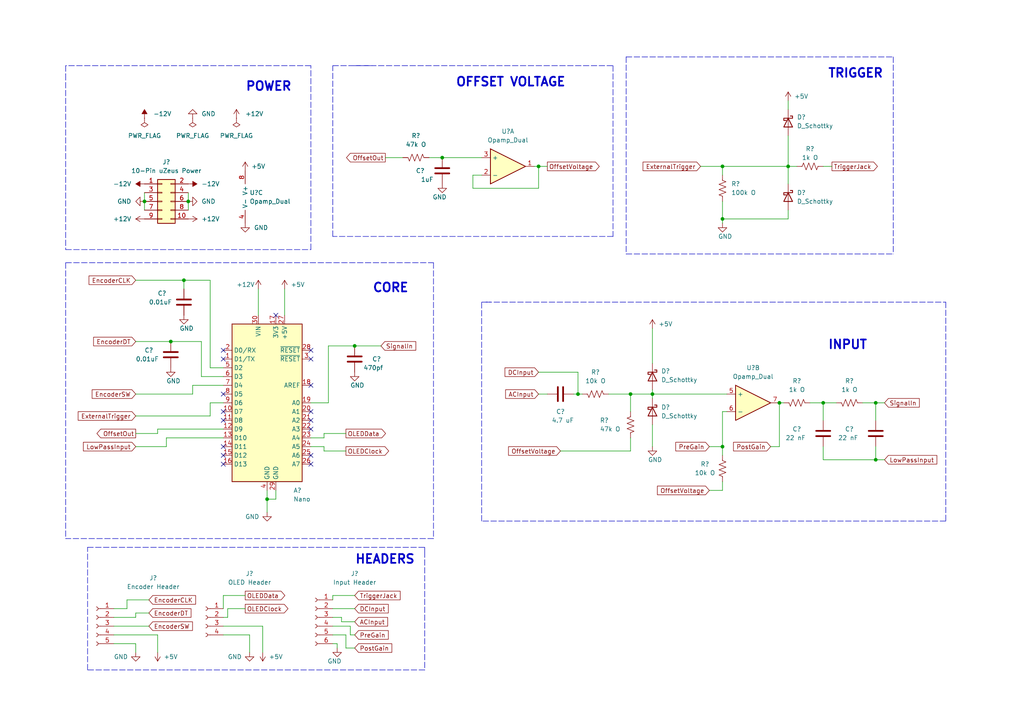
<source format=kicad_sch>
(kicad_sch (version 20211123) (generator eeschema)
  (paper "A4")
  (lib_symbols
    (symbol "Connector:Conn_01x04_Female" (pin_names (offset 1.016) hide)
      (property "Reference" "J" (at 0 5.08 0))
      (property "Value" "Conn_01x04_Female" (at 0 -7.62 0))
      (symbol "Conn_01x04_Female_1_1"
        (arc (start 0 -4.572) (mid -0.508 -5.08) (end 0 -5.588) (stroke (width 0.1524)))
        (arc (start 0 -2.032) (mid -0.508 -2.54) (end 0 -3.048) (stroke (width 0.1524)))
        (polyline (pts (xy -1.27 -5.08) (xy -0.508 -5.08)) (stroke (width 0.1524)))
        (polyline (pts (xy -1.27 -2.54) (xy -0.508 -2.54)) (stroke (width 0.1524)))
        (polyline (pts (xy -1.27 0) (xy -0.508 0)) (stroke (width 0.1524)))
        (polyline (pts (xy -1.27 2.54) (xy -0.508 2.54)) (stroke (width 0.1524)))
        (arc (start 0 0.508) (mid -0.508 0) (end 0 -0.508) (stroke (width 0.1524)))
        (arc (start 0 3.048) (mid -0.508 2.54) (end 0 2.032) (stroke (width 0.1524)))
        (pin passive line (at -5.08 2.54 0) (length 3.81) (name "Pin_1") (number "1"))
        (pin passive line (at -5.08 0 0) (length 3.81) (name "Pin_2") (number "2"))
        (pin passive line (at -5.08 -2.54 0) (length 3.81) (name "Pin_3") (number "3"))
        (pin passive line (at -5.08 -5.08 0) (length 3.81) (name "Pin_4") (number "4"))
      )
    )
    (symbol "Connector:Conn_01x05_Female" (pin_names (offset 1.016) hide)
      (property "Reference" "J" (at 0 7.62 0))
      (property "Value" "Conn_01x05_Female" (at 0 -7.62 0))
      (symbol "Conn_01x05_Female_1_1"
        (arc (start 0 -4.572) (mid -0.508 -5.08) (end 0 -5.588) (stroke (width 0.1524)))
        (arc (start 0 -2.032) (mid -0.508 -2.54) (end 0 -3.048) (stroke (width 0.1524)))
        (polyline (pts (xy -1.27 -5.08) (xy -0.508 -5.08)) (stroke (width 0.1524)))
        (polyline (pts (xy -1.27 -2.54) (xy -0.508 -2.54)) (stroke (width 0.1524)))
        (polyline (pts (xy -1.27 0) (xy -0.508 0)) (stroke (width 0.1524)))
        (polyline (pts (xy -1.27 2.54) (xy -0.508 2.54)) (stroke (width 0.1524)))
        (polyline (pts (xy -1.27 5.08) (xy -0.508 5.08)) (stroke (width 0.1524)))
        (arc (start 0 0.508) (mid -0.508 0) (end 0 -0.508) (stroke (width 0.1524)))
        (arc (start 0 3.048) (mid -0.508 2.54) (end 0 2.032) (stroke (width 0.1524)))
        (arc (start 0 5.588) (mid -0.508 5.08) (end 0 4.572) (stroke (width 0.1524)))
        (pin passive line (at -5.08 5.08 0) (length 3.81) (name "Pin_1") (number "1"))
        (pin passive line (at -5.08 2.54 0) (length 3.81) (name "Pin_2") (number "2"))
        (pin passive line (at -5.08 0 0) (length 3.81) (name "Pin_3") (number "3"))
        (pin passive line (at -5.08 -2.54 0) (length 3.81) (name "Pin_4") (number "4"))
        (pin passive line (at -5.08 -5.08 0) (length 3.81) (name "Pin_5") (number "5"))
      )
    )
    (symbol "Connector:Conn_01x06_Female" (pin_names (offset 1.016) hide)
      (property "Reference" "J" (at 0 7.62 0))
      (property "Value" "Conn_01x06_Female" (at 0 -10.16 0))
      (symbol "Conn_01x06_Female_1_1"
        (arc (start 0 -7.112) (mid -0.508 -7.62) (end 0 -8.128) (stroke (width 0.1524)))
        (arc (start 0 -4.572) (mid -0.508 -5.08) (end 0 -5.588) (stroke (width 0.1524)))
        (arc (start 0 -2.032) (mid -0.508 -2.54) (end 0 -3.048) (stroke (width 0.1524)))
        (polyline (pts (xy -1.27 -7.62) (xy -0.508 -7.62)) (stroke (width 0.1524)))
        (polyline (pts (xy -1.27 -5.08) (xy -0.508 -5.08)) (stroke (width 0.1524)))
        (polyline (pts (xy -1.27 -2.54) (xy -0.508 -2.54)) (stroke (width 0.1524)))
        (polyline (pts (xy -1.27 0) (xy -0.508 0)) (stroke (width 0.1524)))
        (polyline (pts (xy -1.27 2.54) (xy -0.508 2.54)) (stroke (width 0.1524)))
        (polyline (pts (xy -1.27 5.08) (xy -0.508 5.08)) (stroke (width 0.1524)))
        (arc (start 0 0.508) (mid -0.508 0) (end 0 -0.508) (stroke (width 0.1524)))
        (arc (start 0 3.048) (mid -0.508 2.54) (end 0 2.032) (stroke (width 0.1524)))
        (arc (start 0 5.588) (mid -0.508 5.08) (end 0 4.572) (stroke (width 0.1524)))
        (pin passive line (at -5.08 5.08 0) (length 3.81) (name "Pin_1") (number "1"))
        (pin passive line (at -5.08 2.54 0) (length 3.81) (name "Pin_2") (number "2"))
        (pin passive line (at -5.08 0 0) (length 3.81) (name "Pin_3") (number "3"))
        (pin passive line (at -5.08 -2.54 0) (length 3.81) (name "Pin_4") (number "4"))
        (pin passive line (at -5.08 -5.08 0) (length 3.81) (name "Pin_5") (number "5"))
        (pin passive line (at -5.08 -7.62 0) (length 3.81) (name "Pin_6") (number "6"))
      )
    )
    (symbol "Connector_Generic:Conn_02x05_Odd_Even" (pin_names (offset 1.016) hide)
      (property "Reference" "J" (at 1.27 7.62 0))
      (property "Value" "Conn_02x05_Odd_Even" (at 1.27 -7.62 0))
      (symbol "Conn_02x05_Odd_Even_1_1"
        (rectangle (start -1.27 -4.953) (end 0 -5.207) (stroke (width 0.1524)))
        (rectangle (start -1.27 -2.413) (end 0 -2.667) (stroke (width 0.1524)))
        (rectangle (start -1.27 0.127) (end 0 -0.127) (stroke (width 0.1524)))
        (rectangle (start -1.27 2.667) (end 0 2.413) (stroke (width 0.1524)))
        (rectangle (start -1.27 5.207) (end 0 4.953) (stroke (width 0.1524)))
        (rectangle (start -1.27 6.35) (end 3.81 -6.35) (stroke (width 0.254)) (fill (type background)))
        (rectangle (start 3.81 -4.953) (end 2.54 -5.207) (stroke (width 0.1524)))
        (rectangle (start 3.81 -2.413) (end 2.54 -2.667) (stroke (width 0.1524)))
        (rectangle (start 3.81 0.127) (end 2.54 -0.127) (stroke (width 0.1524)))
        (rectangle (start 3.81 2.667) (end 2.54 2.413) (stroke (width 0.1524)))
        (rectangle (start 3.81 5.207) (end 2.54 4.953) (stroke (width 0.1524)))
        (pin passive line (at -5.08 5.08 0) (length 3.81) (name "Pin_1") (number "1"))
        (pin passive line (at 7.62 -5.08 180) (length 3.81) (name "Pin_10") (number "10"))
        (pin passive line (at 7.62 5.08 180) (length 3.81) (name "Pin_2") (number "2"))
        (pin passive line (at -5.08 2.54 0) (length 3.81) (name "Pin_3") (number "3"))
        (pin passive line (at 7.62 2.54 180) (length 3.81) (name "Pin_4") (number "4"))
        (pin passive line (at -5.08 0 0) (length 3.81) (name "Pin_5") (number "5"))
        (pin passive line (at 7.62 0 180) (length 3.81) (name "Pin_6") (number "6"))
        (pin passive line (at -5.08 -2.54 0) (length 3.81) (name "Pin_7") (number "7"))
        (pin passive line (at 7.62 -2.54 180) (length 3.81) (name "Pin_8") (number "8"))
        (pin passive line (at -5.08 -5.08 0) (length 3.81) (name "Pin_9") (number "9"))
      )
    )
    (symbol "Device:C" (pin_numbers hide) (pin_names (offset 0.254))
      (property "Reference" "C" (at 0.635 2.54 0))
      (property "Value" "C" (at 0.635 -2.54 0))
      (symbol "C_0_1"
        (polyline (pts (xy -2.032 -0.762) (xy 2.032 -0.762)) (stroke (width 0.508)))
        (polyline (pts (xy -2.032 0.762) (xy 2.032 0.762)) (stroke (width 0.508)))
      )
      (symbol "C_1_1"
        (pin passive line (at 0 3.81 270) (length 2.794) (name "~") (number "1"))
        (pin passive line (at 0 -3.81 90) (length 2.794) (name "~") (number "2"))
      )
    )
    (symbol "Device:D_Schottky" (pin_numbers hide) (pin_names (offset 1.016) hide)
      (property "Reference" "D" (at 0 2.54 0))
      (property "Value" "D_Schottky" (at 0 -2.54 0))
      (symbol "D_Schottky_0_1"
        (polyline (pts (xy 1.27 0) (xy -1.27 0)))
        (polyline (pts (xy 1.27 1.27) (xy 1.27 -1.27) (xy -1.27 0) (xy 1.27 1.27)) (stroke (width 0.254)))
        (polyline (pts (xy -1.905 0.635) (xy -1.905 1.27) (xy -1.27 1.27) (xy -1.27 -1.27) (xy -0.635 -1.27) (xy -0.635 -0.635)) (stroke (width 0.254)))
      )
      (symbol "D_Schottky_1_1"
        (pin passive line (at -3.81 0 0) (length 2.54) (name "K") (number "1"))
        (pin passive line (at 3.81 0 180) (length 2.54) (name "A") (number "2"))
      )
    )
    (symbol "Device:Opamp_Dual"
      (property "Reference" "U" (at 0 5.08 0))
      (property "Value" "Opamp_Dual" (at 0 -5.08 0))
      (symbol "Opamp_Dual_1_1"
        (polyline (pts (xy -5.08 5.08) (xy 5.08 0) (xy -5.08 -5.08) (xy -5.08 5.08)) (stroke (width 0.254)) (fill (type background)))
        (pin output line (at 7.62 0 180) (length 2.54) (name "~") (number "1"))
        (pin input line (at -7.62 -2.54 0) (length 2.54) (name "-") (number "2"))
        (pin input line (at -7.62 2.54 0) (length 2.54) (name "+") (number "3"))
      )
      (symbol "Opamp_Dual_2_1"
        (polyline (pts (xy -5.08 5.08) (xy 5.08 0) (xy -5.08 -5.08) (xy -5.08 5.08)) (stroke (width 0.254)) (fill (type background)))
        (pin input line (at -7.62 2.54 0) (length 2.54) (name "+") (number "5"))
        (pin input line (at -7.62 -2.54 0) (length 2.54) (name "-") (number "6"))
        (pin output line (at 7.62 0 180) (length 2.54) (name "~") (number "7"))
      )
      (symbol "Opamp_Dual_3_1"
        (pin power_in line (at -2.54 -7.62 90) (length 3.81) (name "V-") (number "4"))
        (pin power_in line (at -2.54 7.62 270) (length 3.81) (name "V+") (number "8"))
      )
    )
    (symbol "Device:R_US" (pin_numbers hide) (pin_names (offset 0))
      (property "Reference" "R" (at 2.54 0 90))
      (property "Value" "R_US" (at -2.54 0 90))
      (symbol "R_US_0_1"
        (polyline (pts (xy 0 -2.286) (xy 0 -2.54)))
        (polyline (pts (xy 0 2.286) (xy 0 2.54)))
        (polyline (pts (xy 0 -0.762) (xy 1.016 -1.143) (xy 0 -1.524) (xy -1.016 -1.905) (xy 0 -2.286)))
        (polyline (pts (xy 0 0.762) (xy 1.016 0.381) (xy 0 0) (xy -1.016 -0.381) (xy 0 -0.762)))
        (polyline (pts (xy 0 2.286) (xy 1.016 1.905) (xy 0 1.524) (xy -1.016 1.143) (xy 0 0.762)))
      )
      (symbol "R_US_1_1"
        (pin passive line (at 0 3.81 270) (length 1.27) (name "~") (number "1"))
        (pin passive line (at 0 -3.81 90) (length 1.27) (name "~") (number "2"))
      )
    )
    (symbol "MCU_Module:Arduino_Nano_v3.x"
      (property "Reference" "A" (at -10.16 23.495 0))
      (property "Value" "Arduino_Nano_v3.x" (at 5.08 -24.13 0))
      (symbol "Arduino_Nano_v3.x_0_1"
        (rectangle (start -10.16 22.86) (end 10.16 -22.86) (stroke (width 0.254)) (fill (type background)))
      )
      (symbol "Arduino_Nano_v3.x_1_1"
        (pin bidirectional line (at -12.7 12.7 0) (length 2.54) (name "D1/TX") (number "1"))
        (pin bidirectional line (at -12.7 -2.54 0) (length 2.54) (name "D7") (number "10"))
        (pin bidirectional line (at -12.7 -5.08 0) (length 2.54) (name "D8") (number "11"))
        (pin bidirectional line (at -12.7 -7.62 0) (length 2.54) (name "D9") (number "12"))
        (pin bidirectional line (at -12.7 -10.16 0) (length 2.54) (name "D10") (number "13"))
        (pin bidirectional line (at -12.7 -12.7 0) (length 2.54) (name "D11") (number "14"))
        (pin bidirectional line (at -12.7 -15.24 0) (length 2.54) (name "D12") (number "15"))
        (pin bidirectional line (at -12.7 -17.78 0) (length 2.54) (name "D13") (number "16"))
        (pin power_out line (at 2.54 25.4 270) (length 2.54) (name "3V3") (number "17"))
        (pin input line (at 12.7 5.08 180) (length 2.54) (name "AREF") (number "18"))
        (pin bidirectional line (at 12.7 0 180) (length 2.54) (name "A0") (number "19"))
        (pin bidirectional line (at -12.7 15.24 0) (length 2.54) (name "D0/RX") (number "2"))
        (pin bidirectional line (at 12.7 -2.54 180) (length 2.54) (name "A1") (number "20"))
        (pin bidirectional line (at 12.7 -5.08 180) (length 2.54) (name "A2") (number "21"))
        (pin bidirectional line (at 12.7 -7.62 180) (length 2.54) (name "A3") (number "22"))
        (pin bidirectional line (at 12.7 -10.16 180) (length 2.54) (name "A4") (number "23"))
        (pin bidirectional line (at 12.7 -12.7 180) (length 2.54) (name "A5") (number "24"))
        (pin bidirectional line (at 12.7 -15.24 180) (length 2.54) (name "A6") (number "25"))
        (pin bidirectional line (at 12.7 -17.78 180) (length 2.54) (name "A7") (number "26"))
        (pin power_out line (at 5.08 25.4 270) (length 2.54) (name "+5V") (number "27"))
        (pin input line (at 12.7 15.24 180) (length 2.54) (name "~{RESET}") (number "28"))
        (pin power_in line (at 2.54 -25.4 90) (length 2.54) (name "GND") (number "29"))
        (pin input line (at 12.7 12.7 180) (length 2.54) (name "~{RESET}") (number "3"))
        (pin power_in line (at -2.54 25.4 270) (length 2.54) (name "VIN") (number "30"))
        (pin power_in line (at 0 -25.4 90) (length 2.54) (name "GND") (number "4"))
        (pin bidirectional line (at -12.7 10.16 0) (length 2.54) (name "D2") (number "5"))
        (pin bidirectional line (at -12.7 7.62 0) (length 2.54) (name "D3") (number "6"))
        (pin bidirectional line (at -12.7 5.08 0) (length 2.54) (name "D4") (number "7"))
        (pin bidirectional line (at -12.7 2.54 0) (length 2.54) (name "D5") (number "8"))
        (pin bidirectional line (at -12.7 0 0) (length 2.54) (name "D6") (number "9"))
      )
    )
    (symbol "power:+12V" (power) (pin_names (offset 0))
      (property "Value" "+12V" (at 0 3.556 0))
      (symbol "+12V_0_1"
        (polyline (pts (xy -0.762 1.27) (xy 0 2.54)))
        (polyline (pts (xy 0 0) (xy 0 2.54)))
        (polyline (pts (xy 0 2.54) (xy 0.762 1.27)))
      )
      (symbol "+12V_1_1"
        (pin power_in line (at 0 0 90) (length 0) hide (name "+12V") (number "1"))
      )
    )
    (symbol "power:+5V" (power) (pin_names (offset 0))
      (property "Value" "+5V" (at 0 3.556 0))
      (symbol "+5V_0_1"
        (polyline (pts (xy -0.762 1.27) (xy 0 2.54)))
        (polyline (pts (xy 0 0) (xy 0 2.54)))
        (polyline (pts (xy 0 2.54) (xy 0.762 1.27)))
      )
      (symbol "+5V_1_1"
        (pin power_in line (at 0 0 90) (length 0) hide (name "+5V") (number "1"))
      )
    )
    (symbol "power:-12V" (power) (pin_names (offset 0))
      (property "Value" "-12V" (at 0 3.81 0))
      (symbol "-12V_0_0"
        (pin power_in line (at 0 0 90) (length 0) hide (name "-12V") (number "1"))
      )
      (symbol "-12V_0_1"
        (polyline (pts (xy 0 0) (xy 0 1.27) (xy 0.762 1.27) (xy 0 2.54) (xy -0.762 1.27) (xy 0 1.27)) (fill (type outline)))
      )
    )
    (symbol "power:GND" (power) (pin_names (offset 0))
      (property "Value" "GND" (at 0 -3.81 0))
      (symbol "GND_0_1"
        (polyline (pts (xy 0 0) (xy 0 -1.27) (xy 1.27 -1.27) (xy 0 -2.54) (xy -1.27 -1.27) (xy 0 -1.27)))
      )
      (symbol "GND_1_1"
        (pin power_in line (at 0 0 270) (length 0) hide (name "GND") (number "1"))
      )
    )
    (symbol "power:PWR_FLAG" (power) (pin_numbers hide) (pin_names (offset 0) hide)
      (property "Value" "PWR_FLAG" (at 0 3.81 0))
      (symbol "PWR_FLAG_0_0"
        (pin power_out line (at 0 0 90) (length 0) (name "pwr") (number "1"))
      )
      (symbol "PWR_FLAG_0_1"
        (polyline (pts (xy 0 0) (xy 0 1.27) (xy -1.016 1.905) (xy 0 2.54) (xy 1.016 1.905) (xy 0 1.27)))
      )
    )
  )
  (junction (at 41.91 58.42))
  (junction (at 49.53 99.06))
  (junction (at 53.34 81.28))
  (junction (at 209.55 129.54))
  (junction (at 209.55 63.5))
  (junction (at 128.27 45.72))
  (junction (at 77.47 144.78))
  (junction (at 182.88 114.3))
  (junction (at 226.06 116.84))
  (junction (at 209.55 48.26))
  (junction (at 54.61 58.42))
  (junction (at 102.87 100.33))
  (junction (at 156.21 48.26))
  (junction (at 189.23 114.3))
  (junction (at 254 133.35))
  (junction (at 167.64 114.3))
  (junction (at 238.76 116.84))
  (junction (at 228.6 48.26))
  (junction (at 254 116.84))
  (no_connect (at 64.77 104.14))
  (no_connect (at 90.17 121.92))
  (no_connect (at 64.77 114.3))
  (no_connect (at 80.01 91.44))
  (no_connect (at 90.17 111.76))
  (no_connect (at 64.77 129.54))
  (no_connect (at 90.17 132.08))
  (no_connect (at 90.17 101.6))
  (no_connect (at 64.77 119.38))
  (no_connect (at 64.77 101.6))
  (no_connect (at 90.17 119.38))
  (no_connect (at 90.17 124.46))
  (no_connect (at 64.77 121.92))
  (no_connect (at 90.17 134.62))
  (no_connect (at 64.77 132.08))
  (no_connect (at 90.17 104.14))
  (no_connect (at 64.77 134.62))
  (wire (pts (xy 102.87 187.96) (xy 100.33 187.96)))
  (wire (pts (xy 128.27 45.72) (xy 139.7 45.72)))
  (wire (pts (xy 96.52 172.72) (xy 102.87 172.72)))
  (wire (pts (xy 33.02 184.15) (xy 45.72 184.15)))
  (wire (pts (xy 227.33 116.84) (xy 226.06 116.84)))
  (wire (pts (xy 39.37 120.65) (xy 60.96 120.65)))
  (polyline (pts (xy 181.61 16.51) (xy 181.61 73.66)))
  (wire (pts (xy 77.47 148.59) (xy 77.47 144.78)))
  (polyline (pts (xy 125.73 156.21) (xy 19.05 156.21)))
  (wire (pts (xy 93.98 125.73) (xy 100.33 125.73)))
  (wire (pts (xy 102.87 184.15) (xy 101.6 184.15)))
  (wire (pts (xy 90.17 116.84) (xy 95.25 116.84)))
  (wire (pts (xy 72.39 184.15) (xy 72.39 189.23)))
  (wire (pts (xy 45.72 124.46) (xy 45.72 125.73)))
  (wire (pts (xy 209.55 139.7) (xy 209.55 142.24)))
  (wire (pts (xy 39.37 129.54) (xy 48.26 129.54)))
  (polyline (pts (xy 19.05 76.2) (xy 125.73 76.2)))
  (wire (pts (xy 45.72 124.46) (xy 64.77 124.46)))
  (wire (pts (xy 182.88 130.81) (xy 182.88 127)))
  (wire (pts (xy 60.96 81.28) (xy 60.96 106.68)))
  (wire (pts (xy 77.47 144.78) (xy 77.47 142.24)))
  (wire (pts (xy 254 129.54) (xy 254 133.35)))
  (wire (pts (xy 64.77 106.68) (xy 60.96 106.68)))
  (wire (pts (xy 96.52 186.69) (xy 97.79 186.69)))
  (wire (pts (xy 137.16 50.8) (xy 139.7 50.8)))
  (wire (pts (xy 209.55 58.42) (xy 209.55 63.5)))
  (wire (pts (xy 250.19 116.84) (xy 254 116.84)))
  (wire (pts (xy 39.37 189.23) (xy 39.37 186.69)))
  (wire (pts (xy 76.2 181.61) (xy 76.2 189.23)))
  (wire (pts (xy 167.64 114.3) (xy 168.91 114.3)))
  (wire (pts (xy 182.88 119.38) (xy 182.88 114.3)))
  (wire (pts (xy 64.77 176.53) (xy 64.77 172.72)))
  (wire (pts (xy 53.34 81.28) (xy 60.96 81.28)))
  (polyline (pts (xy 125.73 76.2) (xy 125.73 156.21)))
  (wire (pts (xy 74.93 83.82) (xy 74.93 91.44)))
  (wire (pts (xy 254 116.84) (xy 254 121.92)))
  (wire (pts (xy 111.76 45.72) (xy 116.84 45.72)))
  (wire (pts (xy 209.55 63.5) (xy 209.55 64.77)))
  (wire (pts (xy 156.21 48.26) (xy 156.21 54.61)))
  (wire (pts (xy 96.52 179.07) (xy 99.06 179.07)))
  (wire (pts (xy 156.21 107.95) (xy 167.64 107.95)))
  (wire (pts (xy 36.83 173.99) (xy 36.83 176.53)))
  (wire (pts (xy 209.55 119.38) (xy 209.55 129.54)))
  (polyline (pts (xy 90.17 19.05) (xy 19.05 19.05)))
  (wire (pts (xy 228.6 48.26) (xy 228.6 53.34)))
  (wire (pts (xy 254 116.84) (xy 256.54 116.84)))
  (wire (pts (xy 176.53 114.3) (xy 182.88 114.3)))
  (wire (pts (xy 66.04 179.07) (xy 64.77 179.07)))
  (polyline (pts (xy 96.52 19.05) (xy 107.95 19.05)))
  (wire (pts (xy 189.23 123.19) (xy 189.23 129.54)))
  (wire (pts (xy 45.72 125.73) (xy 39.37 125.73)))
  (polyline (pts (xy 19.05 72.39) (xy 90.17 72.39)))
  (wire (pts (xy 189.23 113.03) (xy 189.23 114.3)))
  (wire (pts (xy 100.33 184.15) (xy 96.52 184.15)))
  (wire (pts (xy 97.79 186.69) (xy 97.79 187.96)))
  (wire (pts (xy 228.6 48.26) (xy 209.55 48.26)))
  (wire (pts (xy 238.76 129.54) (xy 238.76 133.35)))
  (wire (pts (xy 156.21 48.26) (xy 158.75 48.26)))
  (wire (pts (xy 228.6 48.26) (xy 231.14 48.26)))
  (wire (pts (xy 223.52 129.54) (xy 226.06 129.54)))
  (wire (pts (xy 53.34 83.82) (xy 53.34 81.28)))
  (wire (pts (xy 209.55 129.54) (xy 209.55 132.08)))
  (wire (pts (xy 48.26 127) (xy 48.26 129.54)))
  (wire (pts (xy 209.55 142.24) (xy 205.74 142.24)))
  (wire (pts (xy 93.98 129.54) (xy 93.98 130.81)))
  (wire (pts (xy 43.18 177.8) (xy 39.37 177.8)))
  (wire (pts (xy 93.98 130.81) (xy 100.33 130.81)))
  (polyline (pts (xy 19.05 76.2) (xy 19.05 156.21)))
  (wire (pts (xy 228.6 39.37) (xy 228.6 48.26)))
  (wire (pts (xy 238.76 48.26) (xy 241.3 48.26)))
  (wire (pts (xy 39.37 177.8) (xy 39.37 179.07)))
  (polyline (pts (xy 96.52 68.58) (xy 96.52 19.05)))
  (wire (pts (xy 39.37 81.28) (xy 53.34 81.28)))
  (wire (pts (xy 189.23 114.3) (xy 210.82 114.3)))
  (wire (pts (xy 101.6 181.61) (xy 96.52 181.61)))
  (polyline (pts (xy 19.05 19.05) (xy 19.05 21.59)))
  (wire (pts (xy 93.98 127) (xy 93.98 125.73)))
  (wire (pts (xy 54.61 58.42) (xy 54.61 60.96)))
  (polyline (pts (xy 140.97 87.63) (xy 274.32 87.63)))
  (wire (pts (xy 156.21 114.3) (xy 158.75 114.3)))
  (polyline (pts (xy 123.19 158.75) (xy 123.19 160.02)))
  (wire (pts (xy 43.18 173.99) (xy 36.83 173.99)))
  (wire (pts (xy 154.94 48.26) (xy 156.21 48.26)))
  (wire (pts (xy 48.26 127) (xy 64.77 127)))
  (wire (pts (xy 96.52 176.53) (xy 102.87 176.53)))
  (polyline (pts (xy 274.32 87.63) (xy 274.32 151.13)))
  (polyline (pts (xy 177.8 19.05) (xy 177.8 68.58)))
  (wire (pts (xy 128.27 45.72) (xy 124.46 45.72)))
  (wire (pts (xy 162.56 130.81) (xy 182.88 130.81)))
  (wire (pts (xy 39.37 99.06) (xy 49.53 99.06)))
  (wire (pts (xy 82.55 83.82) (xy 82.55 91.44)))
  (wire (pts (xy 166.37 114.3) (xy 167.64 114.3)))
  (wire (pts (xy 238.76 133.35) (xy 254 133.35)))
  (polyline (pts (xy 90.17 72.39) (xy 90.17 19.05)))
  (wire (pts (xy 226.06 129.54) (xy 226.06 116.84)))
  (wire (pts (xy 254 133.35) (xy 256.54 133.35)))
  (wire (pts (xy 156.21 54.61) (xy 137.16 54.61)))
  (wire (pts (xy 234.95 116.84) (xy 238.76 116.84)))
  (wire (pts (xy 64.77 184.15) (xy 72.39 184.15)))
  (polyline (pts (xy 259.08 16.51) (xy 259.08 73.66)))
  (wire (pts (xy 80.01 144.78) (xy 80.01 142.24)))
  (wire (pts (xy 54.61 55.88) (xy 54.61 58.42)))
  (wire (pts (xy 209.55 48.26) (xy 209.55 50.8)))
  (polyline (pts (xy 139.7 151.13) (xy 139.7 87.63)))
  (wire (pts (xy 101.6 184.15) (xy 101.6 181.61)))
  (wire (pts (xy 55.88 111.76) (xy 64.77 111.76)))
  (wire (pts (xy 95.25 116.84) (xy 95.25 100.33)))
  (wire (pts (xy 36.83 176.53) (xy 33.02 176.53)))
  (wire (pts (xy 60.96 116.84) (xy 60.96 120.65)))
  (wire (pts (xy 228.6 63.5) (xy 209.55 63.5)))
  (wire (pts (xy 39.37 114.3) (xy 55.88 114.3)))
  (wire (pts (xy 58.42 109.22) (xy 58.42 99.06)))
  (wire (pts (xy 77.47 144.78) (xy 80.01 144.78)))
  (wire (pts (xy 90.17 129.54) (xy 93.98 129.54)))
  (polyline (pts (xy 274.32 151.13) (xy 139.7 151.13)))
  (wire (pts (xy 137.16 54.61) (xy 137.16 50.8)))
  (polyline (pts (xy 25.4 158.75) (xy 123.19 158.75)))
  (wire (pts (xy 205.74 129.54) (xy 209.55 129.54)))
  (wire (pts (xy 90.17 127) (xy 93.98 127)))
  (polyline (pts (xy 19.05 21.59) (xy 19.05 72.39)))
  (wire (pts (xy 182.88 114.3) (xy 189.23 114.3)))
  (wire (pts (xy 203.2 48.26) (xy 209.55 48.26)))
  (polyline (pts (xy 177.8 68.58) (xy 96.52 68.58)))
  (wire (pts (xy 210.82 119.38) (xy 209.55 119.38)))
  (polyline (pts (xy 181.61 73.66) (xy 259.08 73.66)))
  (wire (pts (xy 99.06 179.07) (xy 99.06 180.34)))
  (polyline (pts (xy 123.19 160.02) (xy 123.19 194.31)))
  (wire (pts (xy 102.87 100.33) (xy 110.49 100.33)))
  (wire (pts (xy 99.06 180.34) (xy 102.87 180.34)))
  (wire (pts (xy 45.72 184.15) (xy 45.72 189.23)))
  (wire (pts (xy 71.12 176.53) (xy 66.04 176.53)))
  (wire (pts (xy 64.77 181.61) (xy 76.2 181.61)))
  (wire (pts (xy 95.25 100.33) (xy 102.87 100.33)))
  (wire (pts (xy 167.64 107.95) (xy 167.64 114.3)))
  (wire (pts (xy 41.91 55.88) (xy 41.91 58.42)))
  (wire (pts (xy 64.77 109.22) (xy 58.42 109.22)))
  (wire (pts (xy 39.37 186.69) (xy 33.02 186.69)))
  (wire (pts (xy 189.23 95.25) (xy 189.23 105.41)))
  (wire (pts (xy 49.53 99.06) (xy 58.42 99.06)))
  (wire (pts (xy 228.6 60.96) (xy 228.6 63.5)))
  (wire (pts (xy 43.18 181.61) (xy 33.02 181.61)))
  (polyline (pts (xy 25.4 194.31) (xy 25.4 158.75)))
  (polyline (pts (xy 102.87 19.05) (xy 177.8 19.05)))
  (wire (pts (xy 228.6 29.21) (xy 228.6 31.75)))
  (wire (pts (xy 189.23 114.3) (xy 189.23 115.57)))
  (polyline (pts (xy 123.19 194.31) (xy 25.4 194.31)))
  (wire (pts (xy 60.96 116.84) (xy 64.77 116.84)))
  (wire (pts (xy 64.77 172.72) (xy 71.12 172.72)))
  (polyline (pts (xy 139.7 87.63) (xy 142.24 87.63)))
  (wire (pts (xy 96.52 173.99) (xy 96.52 172.72)))
  (wire (pts (xy 55.88 111.76) (xy 55.88 114.3)))
  (wire (pts (xy 41.91 58.42) (xy 41.91 60.96)))
  (wire (pts (xy 100.33 187.96) (xy 100.33 184.15)))
  (polyline (pts (xy 181.61 16.51) (xy 259.08 16.51)))
  (wire (pts (xy 238.76 116.84) (xy 242.57 116.84)))
  (wire (pts (xy 66.04 176.53) (xy 66.04 179.07)))
  (wire (pts (xy 238.76 116.84) (xy 238.76 121.92)))
  (wire (pts (xy 39.37 179.07) (xy 33.02 179.07)))
  (text "TRIGGER" (at 240.03 22.86 0) (effects (font (size 2.54 2.54) (thickness 0.508) bold) (justify left bottom)))
  (text "CORE" (at 107.95 85.09 0) (effects (font (size 2.54 2.54) (thickness 0.508) bold) (justify left bottom)))
  (text "OFFSET VOLTAGE" (at 132.08 25.4 0) (effects (font (size 2.54 2.54) (thickness 0.508) bold) (justify left bottom)))
  (text "INPUT" (at 240.03 101.6 0) (effects (font (size 2.54 2.54) (thickness 0.508) bold) (justify left bottom)))
  (text "POWER" (at 71.12 26.67 0) (effects (font (size 2.54 2.54) (thickness 0.508) bold) (justify left bottom)))
  (text "HEADERS" (at 102.87 163.83 0) (effects (font (size 2.54 2.54) (thickness 0.508) bold) (justify left bottom)))
  (global_label "ACInput" (shape input) (at 156.21 114.3 180) (property "Intersheet References" "${INTERSHEET_REFS}" (effects hide)))
  (global_label "PostGain" (shape input) (at 223.52 129.54 180) (property "Intersheet References" "${INTERSHEET_REFS}" (effects hide)))
  (global_label "TriggerJack" (shape input) (at 102.87 172.72 0) (property "Intersheet References" "${INTERSHEET_REFS}" (effects hide)))
  (global_label "OffsetOut" (shape output) (at 39.37 125.73 180) (property "Intersheet References" "${INTERSHEET_REFS}" (effects hide)))
  (global_label "OffsetVoltage" (shape input) (at 162.56 130.81 180) (property "Intersheet References" "${INTERSHEET_REFS}" (effects hide)))
  (global_label "EncoderDT" (shape input) (at 43.18 177.8 0) (property "Intersheet References" "${INTERSHEET_REFS}" (effects hide)))
  (global_label "LowPassInput" (shape input) (at 39.37 129.54 180) (property "Intersheet References" "${INTERSHEET_REFS}" (effects hide)))
  (global_label "ACInput" (shape input) (at 102.87 180.34 0) (property "Intersheet References" "${INTERSHEET_REFS}" (effects hide)))
  (global_label "DCInput" (shape input) (at 102.87 176.53 0) (property "Intersheet References" "${INTERSHEET_REFS}" (effects hide)))
  (global_label "ExternalTrigger" (shape input) (at 203.2 48.26 180) (property "Intersheet References" "${INTERSHEET_REFS}" (effects hide)))
  (global_label "OLEDClock" (shape output) (at 100.33 130.81 0) (property "Intersheet References" "${INTERSHEET_REFS}" (effects hide)))
  (global_label "ExternalTrigger" (shape input) (at 39.37 120.65 180) (property "Intersheet References" "${INTERSHEET_REFS}" (effects hide)))
  (global_label "OLEDClock" (shape output) (at 71.12 176.53 0) (property "Intersheet References" "${INTERSHEET_REFS}" (effects hide)))
  (global_label "OLEDData" (shape output) (at 71.12 172.72 0) (property "Intersheet References" "${INTERSHEET_REFS}" (effects hide)))
  (global_label "EncoderDT" (shape input) (at 39.37 99.06 180) (property "Intersheet References" "${INTERSHEET_REFS}" (effects hide)))
  (global_label "OffsetOut" (shape output) (at 111.76 45.72 180) (property "Intersheet References" "${INTERSHEET_REFS}" (effects hide)))
  (global_label "EncoderSW" (shape input) (at 43.18 181.61 0) (property "Intersheet References" "${INTERSHEET_REFS}" (effects hide)))
  (global_label "DCInput" (shape input) (at 156.21 107.95 180) (property "Intersheet References" "${INTERSHEET_REFS}" (effects hide)))
  (global_label "PreGain" (shape input) (at 102.87 184.15 0) (property "Intersheet References" "${INTERSHEET_REFS}" (effects hide)))
  (global_label "PostGain" (shape input) (at 102.87 187.96 0) (property "Intersheet References" "${INTERSHEET_REFS}" (effects hide)))
  (global_label "PreGain" (shape input) (at 205.74 129.54 180) (property "Intersheet References" "${INTERSHEET_REFS}" (effects hide)))
  (global_label "OffsetVoltage" (shape input) (at 205.74 142.24 180) (property "Intersheet References" "${INTERSHEET_REFS}" (effects hide)))
  (global_label "SignalIn" (shape input) (at 256.54 116.84 0) (property "Intersheet References" "${INTERSHEET_REFS}" (effects hide)))
  (global_label "EncoderCLK" (shape input) (at 39.37 81.28 180) (property "Intersheet References" "${INTERSHEET_REFS}" (effects hide)))
  (global_label "TriggerJack" (shape output) (at 241.3 48.26 0) (property "Intersheet References" "${INTERSHEET_REFS}" (effects hide)))
  (global_label "OffsetVoltage" (shape output) (at 158.75 48.26 0) (property "Intersheet References" "${INTERSHEET_REFS}" (effects hide)))
  (global_label "SignalIn" (shape input) (at 110.49 100.33 0) (property "Intersheet References" "${INTERSHEET_REFS}" (effects hide)))
  (global_label "EncoderCLK" (shape input) (at 43.18 173.99 0) (property "Intersheet References" "${INTERSHEET_REFS}" (effects hide)))
  (global_label "EncoderSW" (shape input) (at 39.37 114.3 180) (property "Intersheet References" "${INTERSHEET_REFS}" (effects hide)))
  (global_label "OLEDData" (shape output) (at 100.33 125.73 0) (property "Intersheet References" "${INTERSHEET_REFS}" (effects hide)))
  (global_label "LowPassInput" (shape input) (at 256.54 133.35 0) (property "Intersheet References" "${INTERSHEET_REFS}" (effects hide)))
  (symbol (lib_id "Device:C") (at 49.53 102.87 0) (unit 1)
    (property "Reference" "C?" (at 41.91 101.6 0) (effects (justify left)))
    (property "Value" "0.01uF" (at 39.37 104.14 0) (effects (justify left)))
    (property "Footprint" "Capacitor_THT:C_Disc_D6.0mm_W2.5mm_P5.00mm" (effects hide))
  )
  (symbol (lib_id "MCU_Module:Arduino_Nano_v3.x") (at 77.47 116.84 0) (unit 1)
    (property "Reference" "A?" (at 85.09 142.24 0) (effects (justify left)))
    (property "Value" "Nano" (at 85.09 144.78 0) (effects (justify left)))
    (property "Footprint" "Module:Arduino_Nano" (effects hide))
    (property "Datasheet" "http://www.mouser.com/pdfdocs/Gravitech_Arduino_Nano3_0.pdf" (effects hide))
  )
  (symbol (lib_id "power:GND") (at 49.53 106.68 0) (unit 1)
    (property "Reference" "#PWR?" (effects hide))
    (property "Value" "GND" (at 48.26 110.49 0) (effects (justify left)))
  )
  (symbol (lib_id "power:+5V") (at 76.2 189.23 180) (unit 1)
    (property "Reference" "#PWR?" (effects hide))
    (property "Value" "+5V" (at 80.01 190.5 0))
  )
  (symbol (lib_id "Device:R_US") (at 234.95 48.26 270) (unit 1)
    (property "Reference" "R?" (at 234.95 43.18 90))
    (property "Value" "1k O" (at 234.95 45.72 90))
    (property "Footprint" "Resistor_SMD:R_1210_3225Metric_Pad1.30x2.65mm_HandSolder" (effects hide))
  )
  (symbol (lib_id "power:GND") (at 39.37 189.23 0) (unit 1)
    (property "Reference" "#PWR?" (effects hide))
    (property "Value" "GND" (at 33.02 190.5 0) (effects (justify left)))
  )
  (symbol (lib_id "power:+5V") (at 228.6 29.21 0) (unit 1)
    (property "Reference" "#PWR?" (effects hide))
    (property "Value" "+5V" (at 232.41 27.94 0))
  )
  (symbol (lib_id "Device:D_Schottky") (at 189.23 109.22 270) (unit 1)
    (property "Reference" "D?" (at 191.77 107.6324 90) (effects (justify left)))
    (property "Value" "D_Schottky" (at 191.77 110.1724 90) (effects (justify left)))
    (property "Footprint" "Diode_SMD:D_1210_3225Metric_Pad1.42x2.65mm_HandSolder" (effects hide))
  )
  (symbol (lib_id "Device:R_US") (at 182.88 123.19 0) (mirror y) (unit 1)
    (property "Reference" "R?" (at 173.99 121.92 0) (effects (justify right)))
    (property "Value" "47k O" (at 173.99 124.46 0) (effects (justify right)))
    (property "Footprint" "Resistor_SMD:R_1210_3225Metric_Pad1.30x2.65mm_HandSolder" (effects hide))
  )
  (symbol (lib_id "power:GND") (at 128.27 53.34 0) (mirror y) (unit 1)
    (property "Reference" "#PWR?" (effects hide))
    (property "Value" "GND" (at 129.54 57.15 0) (effects (justify left)))
  )
  (symbol (lib_id "Device:Opamp_Dual") (at 218.44 116.84 0) (unit 2)
    (property "Reference" "U?" (at 218.44 106.68 0))
    (property "Value" "Opamp_Dual" (at 218.44 109.22 0))
    (property "Footprint" "Package_DIP:DIP-8_W7.62mm_Socket" (effects hide))
  )
  (symbol (lib_id "Device:C") (at 254 125.73 180) (unit 1)
    (property "Reference" "C?" (at 247.65 124.46 0) (effects (justify left)))
    (property "Value" "22 nF" (at 248.92 127 0) (effects (justify left)))
    (property "Footprint" "Capacitor_THT:C_Disc_D6.0mm_W2.5mm_P5.00mm" (effects hide))
  )
  (symbol (lib_id "Device:R_US") (at 231.14 116.84 270) (mirror x) (unit 1)
    (property "Reference" "R?" (at 231.14 110.49 90))
    (property "Value" "1k O" (at 231.14 113.03 90))
    (property "Footprint" "Resistor_SMD:R_1210_3225Metric_Pad1.30x2.65mm_HandSolder" (effects hide))
  )
  (symbol (lib_id "power:-12V") (at 41.91 53.34 90) (unit 1)
    (property "Reference" "#PWR?" (effects hide))
    (property "Value" "-12V" (at 38.1 53.3399 90) (effects (justify left)))
  )
  (symbol (lib_id "Device:Opamp_Dual") (at 73.66 57.15 0) (unit 3)
    (property "Reference" "U?" (at 72.39 55.8799 0) (effects (justify left)))
    (property "Value" "Opamp_Dual" (at 72.39 58.4199 0) (effects (justify left)))
    (property "Footprint" "Package_DIP:DIP-8_W7.62mm_Socket" (effects hide))
  )
  (symbol (lib_id "Device:D_Schottky") (at 189.23 119.38 270) (unit 1)
    (property "Reference" "D?" (at 191.77 118.11 90) (effects (justify left)))
    (property "Value" "D_Schottky" (at 191.77 120.65 90) (effects (justify left)))
    (property "Footprint" "Diode_SMD:D_1210_3225Metric_Pad1.42x2.65mm_HandSolder" (effects hide))
  )
  (symbol (lib_id "power:-12V") (at 41.91 34.29 0) (unit 1)
    (property "Reference" "#PWR?" (effects hide))
    (property "Value" "-12V" (at 44.45 33.0199 0) (effects (justify left)))
  )
  (symbol (lib_id "power:GND") (at 97.79 187.96 0) (mirror y) (unit 1)
    (property "Reference" "#PWR?" (effects hide))
    (property "Value" "GND" (at 99.06 191.77 0) (effects (justify left)))
  )
  (symbol (lib_id "power:PWR_FLAG") (at 68.58 34.29 180) (unit 1)
    (property "Reference" "#FLG?" (effects hide))
    (property "Value" "PWR_FLAG" (at 68.58 39.37 0))
  )
  (symbol (lib_id "power:GND") (at 72.39 189.23 0) (unit 1)
    (property "Reference" "#PWR?" (effects hide))
    (property "Value" "GND" (at 66.04 190.5 0) (effects (justify left)))
  )
  (symbol (lib_id "power:+5V") (at 82.55 83.82 0) (unit 1)
    (property "Reference" "#PWR?" (effects hide))
    (property "Value" "+5V" (at 86.36 82.55 0))
  )
  (symbol (lib_id "power:PWR_FLAG") (at 41.91 34.29 180) (unit 1)
    (property "Reference" "#FLG?" (effects hide))
    (property "Value" "PWR_FLAG" (at 41.91 39.37 0))
  )
  (symbol (lib_id "power:GND") (at 189.23 129.54 0) (unit 1)
    (property "Reference" "#PWR?" (effects hide))
    (property "Value" "GND" (at 187.96 133.35 0) (effects (justify left)))
  )
  (symbol (lib_id "power:GND") (at 209.55 64.77 0) (unit 1)
    (property "Reference" "#PWR?" (effects hide))
    (property "Value" "GND" (at 208.28 68.58 0) (effects (justify left)))
  )
  (symbol (lib_id "Device:C") (at 238.76 125.73 180) (unit 1)
    (property "Reference" "C?" (at 232.41 124.46 0) (effects (justify left)))
    (property "Value" "22 nF" (at 233.68 127 0) (effects (justify left)))
    (property "Footprint" "Capacitor_THT:C_Disc_D6.0mm_W2.5mm_P5.00mm" (effects hide))
  )
  (symbol (lib_id "power:+5V") (at 71.12 49.53 0) (unit 1)
    (property "Reference" "#PWR?" (effects hide))
    (property "Value" "+5V" (at 74.93 48.26 0))
  )
  (symbol (lib_id "Connector_Generic:Conn_02x05_Odd_Even") (at 46.99 58.42 0) (unit 1)
    (property "Reference" "J?" (at 48.26 46.99 0))
    (property "Value" "10-Pin uZeus Power" (at 48.26 49.53 0))
    (property "Footprint" "Connector_PinHeader_2.54mm:PinHeader_2x05_P2.54mm_Vertical" (effects hide))
  )
  (symbol (lib_id "Connector:Conn_01x06_Female") (at 91.44 179.07 0) (mirror y) (unit 1)
    (property "Reference" "J?" (at 102.87 166.37 0))
    (property "Value" "Input Header" (at 102.87 168.91 0))
    (property "Footprint" "Connector_JST:JST_XH_B6B-XH-A_1x06_P2.50mm_Vertical" (effects hide))
  )
  (symbol (lib_id "Connector:Conn_01x04_Female") (at 59.69 179.07 0) (mirror y) (unit 1)
    (property "Reference" "J?" (at 72.39 166.37 0))
    (property "Value" "OLED Header" (at 72.39 168.91 0))
    (property "Footprint" "Connector_JST:JST_XH_B4B-XH-A_1x04_P2.50mm_Vertical" (effects hide))
  )
  (symbol (lib_id "Device:D_Schottky") (at 228.6 57.15 270) (unit 1)
    (property "Reference" "D?" (at 231.14 55.88 90) (effects (justify left)))
    (property "Value" "D_Schottky" (at 231.14 58.42 90) (effects (justify left)))
    (property "Footprint" "Diode_SMD:D_1210_3225Metric_Pad1.42x2.65mm_HandSolder" (effects hide))
  )
  (symbol (lib_id "Device:Opamp_Dual") (at 147.32 48.26 0) (unit 1)
    (property "Reference" "U?" (at 147.32 38.1 0))
    (property "Value" "Opamp_Dual" (at 147.32 40.64 0))
    (property "Footprint" "Package_DIP:DIP-8_W7.62mm_Socket" (effects hide))
  )
  (symbol (lib_id "power:+5V") (at 189.23 95.25 0) (unit 1)
    (property "Reference" "#PWR?" (effects hide))
    (property "Value" "+5V" (at 193.04 93.98 0))
  )
  (symbol (lib_id "power:GND") (at 102.87 107.95 0) (unit 1)
    (property "Reference" "#PWR?" (effects hide))
    (property "Value" "GND" (at 101.6 111.76 0) (effects (justify left)))
  )
  (symbol (lib_id "Device:R_US") (at 246.38 116.84 270) (mirror x) (unit 1)
    (property "Reference" "R?" (at 246.38 110.49 90))
    (property "Value" "1k O" (at 246.38 113.03 90))
    (property "Footprint" "Resistor_SMD:R_1210_3225Metric_Pad1.30x2.65mm_HandSolder" (effects hide))
  )
  (symbol (lib_id "power:GND") (at 55.88 34.29 180) (unit 1)
    (property "Reference" "#PWR?" (effects hide))
    (property "Value" "GND" (at 58.42 33.0199 0) (effects (justify right)))
  )
  (symbol (lib_id "power:GND") (at 71.12 64.77 0) (unit 1)
    (property "Reference" "#PWR?" (effects hide))
    (property "Value" "GND" (at 73.66 66.0399 0) (effects (justify left)))
  )
  (symbol (lib_id "power:PWR_FLAG") (at 55.88 34.29 180) (unit 1)
    (property "Reference" "#FLG?" (effects hide))
    (property "Value" "PWR_FLAG" (at 55.88 39.37 0))
  )
  (symbol (lib_id "Device:C") (at 128.27 49.53 0) (mirror y) (unit 1)
    (property "Reference" "C?" (at 123.19 49.53 0) (effects (justify left)))
    (property "Value" "1uF" (at 125.73 52.07 0) (effects (justify left)))
    (property "Footprint" "Capacitor_THT:C_Disc_D6.0mm_W2.5mm_P5.00mm" (effects hide))
  )
  (symbol (lib_id "Device:C") (at 53.34 87.63 0) (unit 1)
    (property "Reference" "C?" (at 45.72 85.09 0) (effects (justify left)))
    (property "Value" "0.01uF" (at 43.18 87.63 0) (effects (justify left)))
    (property "Footprint" "Capacitor_THT:C_Disc_D6.0mm_W2.5mm_P5.00mm" (effects hide))
  )
  (symbol (lib_id "power:+5V") (at 45.72 189.23 180) (unit 1)
    (property "Reference" "#PWR?" (effects hide))
    (property "Value" "+5V" (at 49.53 190.5 0))
  )
  (symbol (lib_id "power:GND") (at 53.34 91.44 0) (unit 1)
    (property "Reference" "#PWR?" (effects hide))
    (property "Value" "GND" (at 52.07 95.25 0) (effects (justify left)))
  )
  (symbol (lib_id "power:+12V") (at 74.93 83.82 0) (unit 1)
    (property "Reference" "#PWR?" (effects hide))
    (property "Value" "+12V" (at 68.58 82.55 0) (effects (justify left)))
  )
  (symbol (lib_id "Device:C") (at 162.56 114.3 270) (unit 1)
    (property "Reference" "C?" (at 161.29 119.38 90) (effects (justify left)))
    (property "Value" "4.7 uF" (at 160.02 121.92 90) (effects (justify left)))
    (property "Footprint" "Capacitor_THT:C_Disc_D6.0mm_W2.5mm_P5.00mm" (effects hide))
  )
  (symbol (lib_id "Device:R_US") (at 120.65 45.72 270) (mirror x) (unit 1)
    (property "Reference" "R?" (at 120.65 39.37 90))
    (property "Value" "47k O" (at 120.65 41.91 90))
    (property "Footprint" "Resistor_SMD:R_1210_3225Metric_Pad1.30x2.65mm_HandSolder" (effects hide))
  )
  (symbol (lib_id "Device:R_US") (at 209.55 135.89 0) (unit 1)
    (property "Reference" "R?" (at 204.47 134.62 0))
    (property "Value" "10k O" (at 204.47 137.16 0))
    (property "Footprint" "Resistor_SMD:R_1210_3225Metric_Pad1.30x2.65mm_HandSolder" (effects hide))
  )
  (symbol (lib_id "Device:D_Schottky") (at 228.6 35.56 270) (unit 1)
    (property "Reference" "D?" (at 231.14 33.9724 90) (effects (justify left)))
    (property "Value" "D_Schottky" (at 231.14 36.5124 90) (effects (justify left)))
    (property "Footprint" "Diode_SMD:D_1210_3225Metric_Pad1.42x2.65mm_HandSolder" (effects hide))
  )
  (symbol (lib_id "Device:R_US") (at 209.55 54.61 0) (unit 1)
    (property "Reference" "R?" (at 212.09 53.3399 0) (effects (justify left)))
    (property "Value" "100k O" (at 212.09 55.8799 0) (effects (justify left)))
    (property "Footprint" "Resistor_SMD:R_1210_3225Metric_Pad1.30x2.65mm_HandSolder" (effects hide))
  )
  (symbol (lib_id "Device:R_US") (at 172.72 114.3 270) (mirror x) (unit 1)
    (property "Reference" "R?" (at 172.72 107.95 90))
    (property "Value" "10k O" (at 172.72 110.49 90))
    (property "Footprint" "Resistor_SMD:R_1210_3225Metric_Pad1.30x2.65mm_HandSolder" (effects hide))
  )
  (symbol (lib_id "power:GND") (at 54.61 58.42 90) (unit 1)
    (property "Reference" "#PWR?" (effects hide))
    (property "Value" "GND" (at 58.42 58.4199 90) (effects (justify right)))
  )
  (symbol (lib_id "power:+12V") (at 41.91 63.5 90) (unit 1)
    (property "Reference" "#PWR?" (effects hide))
    (property "Value" "+12V" (at 38.1 63.4999 90) (effects (justify left)))
  )
  (symbol (lib_id "power:GND") (at 41.91 58.42 270) (unit 1)
    (property "Reference" "#PWR?" (effects hide))
    (property "Value" "GND" (at 38.1 58.4199 90) (effects (justify right)))
  )
  (symbol (lib_id "power:+12V") (at 68.58 34.29 0) (unit 1)
    (property "Reference" "#PWR?" (effects hide))
    (property "Value" "+12V" (at 71.12 33.0199 0) (effects (justify left)))
  )
  (symbol (lib_id "Device:C") (at 102.87 104.14 0) (unit 1)
    (property "Reference" "C?" (at 107.95 104.14 0) (effects (justify left)))
    (property "Value" "470pf" (at 105.41 106.68 0) (effects (justify left)))
    (property "Footprint" "Capacitor_THT:C_Disc_D6.0mm_W2.5mm_P5.00mm" (effects hide))
  )
  (symbol (lib_id "power:GND") (at 77.47 148.59 0) (unit 1)
    (property "Reference" "#PWR?" (effects hide))
    (property "Value" "GND" (at 71.12 149.86 0) (effects (justify left)))
  )
  (symbol (lib_id "Connector:Conn_01x05_Female") (at 27.94 181.61 0) (mirror y) (unit 1)
    (property "Reference" "J?" (at 44.45 167.64 0))
    (property "Value" "Encoder Header" (at 44.45 170.18 0))
    (property "Footprint" "Connector_JST:JST_XH_B5B-XH-A_1x05_P2.50mm_Vertical" (effects hide))
  )
  (symbol (lib_id "power:+12V") (at 54.61 63.5 270) (unit 1)
    (property "Reference" "#PWR?" (effects hide))
    (property "Value" "+12V" (at 58.42 63.4999 90) (effects (justify left)))
  )
  (symbol (lib_id "power:-12V") (at 54.61 53.34 270) (unit 1)
    (property "Reference" "#PWR?" (effects hide))
    (property "Value" "-12V" (at 58.42 53.3399 90) (effects (justify left)))
  )
)
</source>
